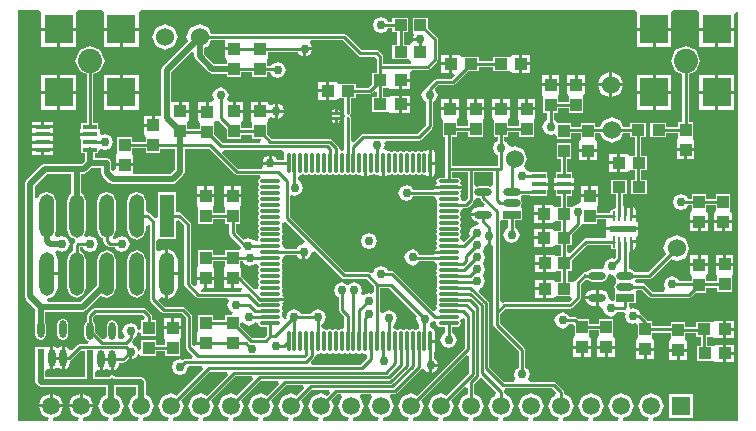
<source format=gtl>
%FSTAX23Y23*%
%MOIN*%
%SFA1B1*%

%IPPOS*%
%ADD10R,0.039370X0.043307*%
%ADD11R,0.043307X0.039370*%
%ADD12R,0.050000X0.144882*%
%ADD13O,0.050000X0.144882*%
%ADD14O,0.059055X0.027559*%
%ADD15R,0.059055X0.027559*%
%ADD16O,0.011811X0.070866*%
%ADD17O,0.070866X0.011811*%
%ADD18R,0.047244X0.013780*%
%ADD19C,0.080709*%
%ADD20R,0.096063X0.096063*%
%ADD21R,0.023622X0.059055*%
%ADD22O,0.023622X0.059055*%
%ADD23R,0.045275X0.017716*%
%ADD24C,0.009843*%
%ADD25R,0.086614X0.024016*%
%ADD26R,0.009843X0.039370*%
%ADD27O,0.009843X0.039370*%
%ADD28C,0.010000*%
%ADD29C,0.020000*%
%ADD30C,0.030000*%
%ADD31C,0.060000*%
%ADD32R,0.059055X0.059055*%
%ADD33C,0.059055*%
%ADD34C,0.020000*%
%LNbackscatter_tag_pcb-1*%
%LPD*%
G36*
X03281Y02423D02*
X03277Y02415D01*
X03285Y02395*
X03286Y02395*
X03288Y02383*
X03285Y02381*
X03283Y0238*
X03275Y02378*
X03267Y0238*
X03265Y02381*
X03263Y0238*
X03255Y02378*
X03247Y0238*
X03245Y02381*
X03244Y0238*
X03236Y02378*
X03227Y0238*
X03226Y02381*
X03224Y0238*
X03216Y02378*
X03208Y0238*
X03206Y02381*
X03201Y02385*
X03203Y02396*
X03205Y02397*
X03213Y02416*
X03205Y02435*
X03186Y02443*
X03167Y02435*
X03158Y02439*
Y02516*
X03187*
X03281Y02423*
G37*
G36*
X03439Y02413D02*
Y02319D01*
X03279Y02159*
X0326Y02167*
X03229Y02155*
X03217Y02125*
X03229Y02094*
X03253Y02085*
X03251Y02075*
X03168*
X03166Y02085*
X0319Y02094*
X03202Y02125*
X0319Y02154*
X03194Y02164*
X03205*
X03212Y02167*
X03292Y02247*
X03303Y02246*
X03305Y0224*
X0332Y02235*
Y0226*
X03325*
Y02265*
X0335*
X03344Y02279*
X03335Y02282*
Y02297*
X03336Y02298*
X03341Y0231*
Y02335*
X03324*
Y02345*
X03341*
Y02369*
X03336Y02381*
X03326Y02385*
X03324Y02395*
X03324Y02395*
X03327Y02404*
X03328Y02405*
X03339Y02409*
X03344Y02401*
X03347Y02392*
X03356Y02389*
X03374*
Y02367*
X03365Y02364*
X03357Y02345*
X03365Y02325*
X03385Y02317*
X03404Y02325*
X03412Y02345*
X03404Y02364*
X03396Y02367*
Y02389*
X03415*
X03423Y02392*
X03427Y02401*
X03426Y02402*
X03423Y0241*
X03424Y02411*
X03435Y02416*
X03439Y02413*
G37*
G36*
X02749Y024D02*
X02753Y02392D01*
X02761Y02389*
X0278*
Y0236*
X0277Y0235*
X02729*
X02689Y0239*
Y02401*
X02699Y02403*
X027Y024*
X0272Y02392*
X02739Y024*
X0274Y02404*
X02749Y024*
G37*
G36*
X02373Y02421D02*
X02371Y02411D01*
X0236*
Y02381*
X0235Y02379*
X02344Y02394*
X02325Y02402*
X02305Y02394*
X02297Y02375*
X02305Y02355*
X02305Y02355*
X02298Y02346*
X02288Y02346*
X02282Y02355*
X02282Y02357*
Y02392*
X02277Y02405*
X02264Y0241*
X02251Y02405*
X02246Y02392*
Y02357*
X0224Y02349*
X02231Y02348*
X02208Y02372*
Y02392*
X02202Y02405*
X022Y02406*
Y0242*
X02209Y02429*
X02365*
X02373Y02421*
G37*
G36*
X02649Y02229D02*
X02579Y02159D01*
X0256Y02167*
X02529Y02155*
X02517Y02125*
X02529Y02094*
X02553Y02085*
X02551Y02075*
X02468*
X02466Y02085*
X0249Y02094*
X02502Y02125*
X02494Y02144*
X02589Y02239*
X02645*
X02649Y02229*
G37*
G36*
X03454Y0229D02*
Y02234D01*
X03379Y02159*
X0336Y02167*
X03329Y02155*
X03317Y02125*
X03329Y02094*
X03353Y02085*
X03351Y02075*
X03268*
X03266Y02085*
X0329Y02094*
X03302Y02125*
X03294Y02144*
X03444Y02294*
X03454Y0229*
G37*
G36*
X03106Y02299D02*
X03108Y02298D01*
X03112Y02295*
X03112Y02283*
X0309Y0226*
X0293*
X02926Y0227*
X02938Y02283*
X02941Y0229*
Y02291*
X0295Y02298*
X02952Y02299*
X0296Y02301*
X02968Y02299*
X0297Y02298*
X02971Y02299*
X0298Y02301*
X02988Y02299*
X0299Y02298*
X02991Y02299*
X02999Y02301*
X03008Y02299*
X03009Y02298*
X03011Y02299*
X03019Y02301*
X03027Y02299*
X03029Y02298*
X03031Y02299*
X03039Y02301*
X03047Y02299*
X03049Y02298*
X0305Y02299*
X03058Y02301*
X03067Y02299*
X03068Y02298*
X0307Y02299*
X03078Y02301*
X03086Y02299*
X03088Y02298*
X0309Y02299*
X03098Y02301*
X03106Y02299*
G37*
G36*
X03525Y02665D02*
X03525Y02665D01*
X03534Y02659*
Y02435*
Y02395*
X03537Y02387*
X03619Y02306*
Y02252*
X0361Y02249*
X03602Y0223*
X03608Y02215*
X03602Y02205*
X03569*
X0352Y02254*
Y02467*
X03517Y02475*
X03487Y02505*
X03489Y02517*
X03499Y0252*
X03507Y0254*
X03502Y02551*
X03499Y0256*
X03502Y02568*
X03507Y0258*
X03502Y02591*
X03499Y026*
X03502Y02608*
X03507Y0262*
X03502Y02631*
X03499Y0264*
X03502Y02648*
X03506Y02657*
X03515Y02664*
Y0269*
X03525*
Y02665*
G37*
G36*
X02504Y02725D02*
Y0253D01*
X02507Y02522*
X02542Y02487*
X0255Y02484*
X02647*
X02653Y02474*
X02647Y0246*
X02655Y0244*
X02666Y02436*
X02664Y02426*
X0264*
Y0241*
X02599*
Y02426*
X0255*
Y02373*
X02547Y02364*
X02545*
Y02338*
X02575*
Y02328*
X02544*
X02535Y02323*
X0253Y02327*
Y02425*
X02527Y02432*
X02507Y02452*
X025Y02455*
X02439*
X02417Y02477*
X02418Y02479*
X02429Y02486*
X0244Y02481*
Y02565*
Y02648*
X0242Y0264*
X0241Y02644*
Y02674*
X02415Y02682*
X02475*
Y0274*
X02485Y02744*
X02504Y02725*
G37*
G36*
X02837Y02969D02*
X02835Y02964D01*
Y02945*
X02813*
X02809Y02953*
X02795Y02959*
Y02934*
X0279*
Y02929*
X02765*
X02767Y02924*
X02762Y02915*
X02684*
X02631Y02969*
X02635Y02979*
X0283*
X02837Y02969*
G37*
G36*
X02906Y02673D02*
X02901Y02663D01*
X02883Y02656*
X0288Y02648*
X02839*
X02832Y02656*
X02829Y02665*
Y02668*
X02832Y02676*
X02831Y02678*
X02829Y02686*
X02831Y02694*
X02832Y02696*
X02829Y02704*
Y02707*
X02832Y02715*
X02831Y02717*
X02829Y02725*
X02831Y02733*
X02841Y02737*
X02906Y02673*
G37*
G36*
X03534Y02861D02*
X03524Y02854D01*
X03516Y02857*
X03484*
X03479Y02855*
X0347Y0286*
Y02904*
X03534*
Y02861*
G37*
G36*
X03484Y02817D02*
X0349D01*
X03492Y02811*
X03506Y02798*
X03502Y02788*
X03484*
X03466Y0278*
X03461Y02767*
X035*
Y02757*
X03461*
X03466Y02744*
X03483Y02737*
X03485Y02735*
X03485Y02735*
X0348Y02727*
X0346Y02719*
X03452Y027*
X03456Y02691*
X03435Y0267*
X03427Y02676*
X03427Y02676*
X03426Y02678*
X03423Y02686*
X03426Y02694*
X03427Y02696*
X03426Y02697*
X03423Y02706*
X03426Y02714*
X03427Y02715*
X03426Y02717*
X03423Y02725*
X03426Y02734*
X03427Y02735*
X03426Y02737*
X03423Y02745*
X03426Y02753*
X03427Y02755*
X03423Y02763*
Y02766*
X03427Y02775*
X03434Y02783*
X03444*
X03452Y02787*
X03467Y02802*
X0347Y0281*
X03476Y02817*
X03479Y02819*
X03484Y02817*
G37*
G36*
X03027Y02552D02*
D01*
X03035Y02549*
X0311*
X03136Y02523*
Y02504*
X03128Y02498*
X0312Y02502*
X03101Y02494*
X03092Y02498*
X03097Y0251*
X03089Y02529*
X0307Y02537*
X03058Y02532*
X0305Y02529*
X03041Y02532*
X0303Y02537*
X0301Y02529*
X03002Y0251*
X0301Y0249*
X03019Y02487*
Y02445*
X03022Y02437*
X03038Y02421*
Y02388*
X03029Y02381*
X03027Y0238*
X03019Y02378*
X03011Y0238*
X03009Y02381*
X03008Y0238*
X02999Y02378*
X02991Y0238*
X0299Y02381*
X02988Y0238*
X0298Y02378*
X02971Y0238*
X0297Y02381*
X02961Y02388*
X02962Y02397*
X02969Y024*
X02977Y0242*
X02969Y02439*
X0295Y02447*
X0293Y02439*
X02927Y0243*
X02892*
X02889Y02439*
X0287Y02447*
X0285Y02439*
X02842Y0242*
X02845Y02414*
X02844Y02414*
X02832Y02416*
X02831Y02418*
X02832Y0242*
X02831Y02422*
X02829Y0243*
X02831Y02438*
X02832Y0244*
X02829Y02448*
Y02451*
X02832Y0246*
X02829Y02466*
X02832Y02467*
X02835Y02474*
X02791*
Y02484*
X02835*
X02832Y02491*
X02829Y02493*
X02832Y02499*
X02829Y02507*
Y0251*
X02832Y02519*
X02831Y0252*
X02829Y02528*
X02831Y02537*
X02832Y02538*
X02831Y0254*
X02829Y02548*
X02831Y02556*
X02832Y02558*
X02829Y02566*
Y02569*
X02832Y02578*
X02831Y02579*
X02829Y02588*
X02831Y02596*
X02832Y02597*
X02829Y02606*
Y02609*
X02832Y02617*
X02839Y02626*
X0288*
X02883Y02618*
X02897Y02612*
Y02637*
X02907*
Y02612*
X02921Y02618*
X02929Y02636*
X02939Y0264*
X03027Y02552*
G37*
G36*
X02703Y02598D02*
X02722Y0259D01*
X0274Y02598*
X02743Y02598*
X0275Y02594*
X02752Y02588*
X0275Y02579*
X02749Y02578*
X02753Y02569*
Y02566*
X02749Y02558*
X0275Y02556*
X02752Y02548*
X0275Y0254*
X02749Y02538*
X0275Y02537*
X02752Y02528*
X0275Y0252*
X02749Y02519*
X0275Y02517*
X02749Y02515*
X02737Y02513*
X02694Y02555*
Y02581*
X02692*
X02689Y0259*
Y02606*
X027*
X02703Y02598*
G37*
G36*
X02645Y03049D02*
Y03013D01*
X02694*
Y03029*
X0273*
Y03013*
X0276*
X02761Y0301*
X02756Y03*
X02632*
X02604Y03028*
Y03063*
Y03064*
X02607Y03073*
X02609*
X02619Y03075*
X02645Y03049*
G37*
G36*
X03925Y02647D02*
X03943D01*
Y02621*
X03935Y02614*
X0393Y02617*
X0391Y02609*
X03902Y0259*
X03904Y02586*
X03897Y02579*
X03895Y0258*
X03864*
X03849Y02574*
X03849Y02573*
X0384Y0257*
X03832Y02567*
X03807Y02542*
X03798Y02539*
X03795*
X03782*
Y02575*
X03798*
Y02611*
X03849Y02661*
X03925*
Y02647*
G37*
G36*
X02734Y02214D02*
X02679Y02159D01*
X0266Y02167*
X02629Y02155*
X02617Y02125*
X02629Y02094*
X02653Y02085*
X02651Y02075*
X02568*
X02566Y02085*
X0259Y02094*
X02602Y02125*
X02594Y02144*
X02674Y02224*
X0273*
X02734Y02214*
G37*
G36*
X03743Y02171D02*
X0374Y02159D01*
X03729Y02155*
X03717Y02125*
X03729Y02094*
X03753Y02085*
X03751Y02075*
X03668*
X03666Y02085*
X0369Y02094*
X03702Y02125*
X0369Y02155*
X0366Y02167*
X03629Y02155*
X03617Y02125*
X03629Y02094*
X03653Y02085*
X03651Y02075*
X03568*
X03566Y02085*
X0359Y02094*
X03602Y02125*
X0359Y02155*
X03575Y02161*
X0357Y0217*
X03569Y02174*
X0357Y02179*
X03573Y02182*
X03574Y02184*
X0373*
X03743Y02171*
G37*
G36*
X02989Y02169D02*
X02979Y02159D01*
X0296Y02167*
X02929Y02155*
X02917Y02125*
X02929Y02094*
X02953Y02085*
X02951Y02075*
X02868*
X02866Y02085*
X0289Y02094*
X02902Y02125*
X02894Y02144*
X02929Y02179*
X02985*
X02989Y02169*
G37*
G36*
X02343Y02161D02*
X02329Y02155D01*
X02317Y02125*
X02329Y02094*
X02353Y02085*
X02351Y02075*
X02268*
X02266Y02085*
X0229Y02094*
X02302Y02125*
X0229Y02155*
X02276Y02161*
Y02188*
X02343*
Y02161*
G37*
G36*
X03029Y02154D02*
X03017Y02125D01*
X03029Y02094*
X03053Y02085*
X03051Y02075*
X02968*
X02966Y02085*
X0299Y02094*
X03002Y02125*
X02994Y02144*
X03014Y02164*
X03025*
X03029Y02154*
G37*
G36*
X03129D02*
X03117Y02125D01*
X03129Y02094*
X03153Y02085*
X03151Y02075*
X03068*
X03066Y02085*
X0309Y02094*
X03102Y02125*
X0309Y02154*
X03094Y02164*
X03125*
X03129Y02154*
G37*
G36*
X03084Y03292D02*
D01*
X03091Y03289*
X0314*
X03146Y03282*
Y03234*
X03131*
Y03198*
X03118Y03185*
X03076*
Y03199*
X03024*
X03023*
X03014Y03202*
Y03204*
X02988*
Y03175*
Y03145*
X03014*
Y03147*
X03023Y0315*
X03024*
X03038*
Y031*
X03041Y03092*
Y03091*
X03038Y03083*
Y03035*
X03038Y03034*
Y02982*
X03029Y02975*
X0302Y02982*
Y02985*
X03017Y02992*
X02997Y03012*
X0299Y03015*
X02794*
X02779Y0303*
Y03065*
Y03066*
X02782Y03075*
X02784*
Y0308*
X02794Y03086*
X02805Y03081*
Y03106*
Y03131*
X02794Y03127*
X02784Y03132*
Y03138*
X0276*
Y03106*
X02755*
Y03101*
X02725*
Y03075*
X02727*
X0273Y03066*
Y03065*
Y0305*
X02694*
Y03066*
X02697Y03075*
X02699*
Y03101*
X0267*
Y03106*
X02665*
Y03138*
X02654*
X02647Y03148*
X02652Y0316*
X02644Y03179*
X02625Y03187*
X02605Y03179*
X02597Y0316*
X02603Y03146*
X02597Y03136*
X02585*
Y03105*
X0258*
Y031*
X0255*
Y03073*
X02552*
X02555Y03064*
Y03063*
Y03048*
X02514*
Y03066*
X02517Y03075*
X02519*
Y03101*
X0249*
Y03106*
X02485*
Y03138*
X02461*
Y03238*
X02529Y03306*
X02538Y03302*
Y0329*
X02543Y03278*
X02585Y03236*
X02596Y03231*
X02645*
Y03221*
X02694*
Y03237*
X0273*
Y03221*
X02779*
Y03237*
X02791*
X02795Y03225*
X02815Y03217*
X02834Y03225*
X02842Y03245*
X02834Y03264*
X02815Y03272*
X02795Y03264*
X02793Y03258*
X02779*
Y03274*
X02782Y03283*
X02784*
Y03304*
X02882*
X02885Y03295*
X029Y0329*
Y03315*
X02905*
Y0332*
X0293*
X02924Y03334*
X02924Y03334*
X02926Y03344*
X03032*
X03084Y03292*
G37*
G36*
X03498Y02216D02*
X03543Y02171D01*
X0354Y02159*
X03529Y02155*
X03517Y02125*
X03529Y02094*
X03553Y02085*
X03551Y02075*
X03468*
X03466Y02085*
X0349Y02094*
X03502Y02125*
X0349Y02155*
X0347Y02163*
Y02199*
X03486Y02214*
X03492Y02216*
X03496Y02216*
X03498Y02216*
G37*
G36*
X03449Y02185D02*
Y02163D01*
X03429Y02155*
X03417Y02125*
X03429Y02094*
X03453Y02085*
X03451Y02075*
X03368*
X03366Y02085*
X0339Y02094*
X03402Y02125*
X03394Y02144*
X03439Y02189*
X03449Y02185*
G37*
G36*
X0264Y0332D02*
X0267D01*
Y0331*
X0264*
Y03283*
X02642*
X02645Y03274*
Y03264*
X02603*
X02571Y03296*
Y03318*
X02585Y03324*
X02593Y03344*
X0264*
Y0332*
G37*
G36*
X04221Y03438D02*
Y03435D01*
Y03385*
X04337*
Y0343*
X04345Y03436*
X04347Y03436*
X0435Y03436*
Y02075*
X04068*
X04066Y02085*
X0409Y02094*
X04102Y02125*
X0409Y02155*
X0406Y02167*
X04029Y02155*
X04017Y02125*
X04029Y02094*
X04053Y02085*
X04051Y02075*
X03968*
X03966Y02085*
X0399Y02094*
X04002Y02125*
X0399Y02155*
X0396Y02167*
X03929Y02155*
X03917Y02125*
X03929Y02094*
X03953Y02085*
X03951Y02075*
X03868*
X03866Y02085*
X0389Y02094*
X03902Y02125*
X0389Y02155*
X0386Y02167*
X03829Y02155*
X03817Y02125*
X03829Y02094*
X03853Y02085*
X03851Y02075*
X03768*
X03766Y02085*
X0379Y02094*
X03802Y02125*
X0379Y02155*
X0377Y02163*
Y0217*
X03767Y02177*
X03742Y02202*
X03735Y02205*
X03657*
X03651Y02215*
X03657Y0223*
X03649Y02249*
X0364Y02252*
Y0231*
X03637Y02318*
X03555Y024*
Y0243*
X03574Y02449*
X0379*
X03797Y02452*
X03822Y02477*
X03825Y02485*
Y0253*
X03839Y02544*
X03849Y02545*
X03864Y02539*
X03895*
X0391Y02545*
X03916Y02559*
X03922Y02566*
X0393Y02562*
X0393Y02562*
X03938Y02559*
X03943Y02547*
X03944Y02541*
X03943Y02534*
X03938Y02522*
X03941Y02513*
X03939Y02503*
Y02479*
X03931Y02474*
X03928Y02475*
X03921Y02485*
X03913Y02503*
X03895Y0251*
X03885*
Y02485*
Y02459*
X0389*
X03898Y0245*
X03897Y0245*
X03905Y0243*
X03925Y02422*
X03944Y0243*
X03947Y02439*
X03967*
X03973Y02434*
X03975Y0243*
X03972Y02425*
X0398Y02405*
X04Y02397*
X04007Y024*
X04015Y02395*
Y02354*
Y02353*
X04012Y02344*
X0401*
Y02318*
X0404*
X04069*
Y02344*
X04067*
X04064Y02353*
Y02354*
Y02369*
X04125*
Y02351*
Y0235*
X04122Y02341*
X0412*
Y02315*
X0415*
X04179*
Y02341*
X04177*
X04174Y0235*
Y02351*
Y02366*
X04211*
Y02355*
X04227*
Y02324*
X04213*
Y02275*
X04265*
X04266*
X04275Y02272*
Y0227*
X04301*
Y023*
Y02329*
X04275*
Y02327*
X04266Y02324*
X04265*
X04248*
Y02355*
X04263*
X04264*
X04273Y02352*
Y0235*
X043*
Y0238*
Y02409*
X04273*
Y02407*
X04264Y02404*
X04263*
X04211*
Y02387*
X04174*
Y02403*
X04125*
Y0239*
X04064*
Y02406*
X0405*
X04047Y02412*
X04027Y02432*
X04023Y02434*
X04019Y02444*
X04Y02452*
X03994Y02449*
X0399Y02451*
X03985Y02456*
X03986Y02466*
X04009*
Y02503*
X04014Y02511*
X04028*
X04052Y02487*
X0406Y02484*
X04186*
X04194Y02487*
X04208Y02501*
X04244*
Y02519*
X0428*
Y02503*
X04329*
Y02555*
Y02556*
X04332Y02565*
X04334*
Y02591*
X04305*
X04275*
Y02565*
X04277*
X0428Y02556*
Y02555*
Y0254*
X04244*
Y02553*
Y02554*
X04247Y02563*
X04249*
Y0259*
X0422*
X0419*
Y02563*
X04192*
X04195Y02554*
Y02553*
Y0254*
X04152*
X04149Y02549*
X0413Y02557*
X0411Y02549*
X04102Y0253*
X04108Y02515*
X04102Y02505*
X04064*
X0404Y0253*
X04032Y02533*
X0401*
X04006Y02541*
X0401Y02548*
X04054*
X04062Y02552*
X04125Y02614*
X04145Y02606*
X04175Y02619*
X04188Y0265*
X04175Y0268*
X04145Y02693*
X04114Y0268*
X04101Y0265*
X04109Y0263*
X0405Y0257*
X04006*
X04004Y02574*
X0399Y0258*
X03985*
Y02636*
X03989Y02639*
Y02672*
X03994*
Y02677*
X0401*
Y02687*
X04013Y02692*
X04018*
Y0271*
X03965*
X03911*
Y02692*
X0391Y02683*
X03844*
X03836Y0268*
X0379Y02634*
X0378Y02638*
Y0266*
X03796*
Y02696*
X03822Y02722*
X03823Y02724*
X03829Y0273*
X03835Y02731*
X03879*
Y02746*
X0391*
X03911Y02737*
Y0272*
X03965*
X04018*
Y02737*
X04013*
X0401Y02742*
Y02752*
X03994*
Y02757*
X03989*
Y02786*
X03984Y02784*
X03979Y02786*
Y02757*
X03969*
Y0279*
X03965Y02793*
Y0283*
X03979*
Y02879*
X03926*
Y0283*
X03943*
Y02789*
X03935Y02782*
X03927Y02779*
X03924Y02772*
Y02768*
X03879*
Y02783*
Y02784*
X03882Y02793*
X03884*
Y0282*
X03855*
X03825*
Y02803*
X03815Y02796*
X03815Y02797*
X03796Y02789*
X03796Y02789*
X0378*
Y02824*
X03797*
Y02845*
X03802*
Y02859*
X0377*
X03737*
Y02845*
X03742*
Y02824*
X03759*
Y02789*
X03744*
X03743*
X03734Y02792*
Y02794*
X03708*
Y02765*
Y02735*
X03734*
Y02737*
X03743Y0274*
X03744*
X03759*
Y02709*
X03744*
X03743*
X03734Y02712*
Y02714*
X03708*
Y02685*
Y02655*
X03734*
Y02657*
X03743Y0266*
X03744*
X03759*
Y02624*
X03746*
X03745*
X03736Y02627*
Y02629*
X0371*
Y026*
Y0257*
X03736*
Y02572*
X03745Y02575*
X03746*
X03761*
Y02539*
X03746*
X03745*
X03736Y02542*
Y02544*
X0371*
Y02515*
Y02485*
X03736*
Y02487*
X03745Y0249*
X03746*
X0379*
X03795Y0248*
X03785Y0247*
X0357*
X03565Y02469*
X03555Y02474*
Y02735*
X0356Y02743*
X03584*
Y02717*
X03575Y02714*
X03567Y02695*
X03575Y02675*
X03595Y02667*
X03614Y02675*
X03622Y02695*
X03614Y02714*
X03605Y02717*
Y02743*
X03629*
Y02781*
X03627Y02791*
X03631Y028*
X03625Y02812*
X03625Y02817*
X03631Y02826*
X03657*
Y02824*
X03712*
Y02845*
X03717*
Y02859*
X03685*
Y02869*
X03717*
Y02883*
X03712*
Y02903*
X03657*
X03649Y02908*
X03649Y02909*
X03642Y02911*
X03638Y02924*
X03648Y02948*
X03635Y02978*
X03605Y02991*
X03596Y02987*
X03583Y02993*
X03579Y03004*
X0357Y03007*
Y03021*
X03584*
Y03037*
X0362*
Y03021*
X03669*
Y03073*
Y03074*
X03672Y03083*
X03674*
Y0311*
X03645*
X03615*
Y03083*
X03617*
X0362Y03074*
Y03073*
Y03058*
X03584*
Y03073*
Y03074*
X03587Y03083*
X03589*
Y0311*
X0356*
X0353*
Y03083*
X03532*
X03535Y03074*
Y03073*
Y03021*
X03549*
Y03007*
X0354Y03004*
X03532Y02985*
X0354Y02965*
X03549Y02962*
Y02925*
X03396*
Y03021*
X03414*
Y03037*
X0345*
Y03021*
X03499*
Y03073*
Y03074*
X03502Y03083*
X03504*
Y0311*
X03475*
X03445*
Y03083*
X03447*
X0345Y03074*
Y03073*
Y03058*
X03414*
Y03073*
Y03074*
X03417Y03083*
X03419*
Y0311*
X0339*
X0336*
Y03083*
X03362*
X03365Y03074*
Y03073*
Y03021*
X03374*
Y02915*
Y02885*
X03356*
X03347Y02881*
X03344Y02873*
X03346Y02867*
X03343Y02865*
X0334Y02858*
X03385*
X0343*
X03427Y02865*
X03424Y02867*
X03427Y02873*
X03423Y02881*
X03415Y02885*
X03396*
Y02904*
X03449*
Y02815*
X03441Y02808*
X03431Y02808*
X03427Y02814*
X03426Y02816*
X03423Y02824*
X03426Y02832*
X03427Y02834*
X03424Y0284*
X03427Y02841*
X0343Y02848*
X03385*
X03336*
X03333Y02844*
X03267*
X03264Y02854*
X03245Y02862*
X03225Y02854*
X03217Y02835*
X03225Y02815*
X03245Y02807*
X03264Y02815*
X03267Y02823*
X03337*
X03344Y02814*
X03345Y02812*
X03347Y02804*
X03345Y02796*
X03344Y02794*
X03345Y02793*
X03347Y02784*
X03345Y02776*
X03344Y02775*
X03345Y02773*
X03347Y02765*
X03345Y02757*
X03344Y02755*
X03345Y02753*
X03347Y02745*
X03345Y02737*
X03344Y02735*
X03345Y02734*
X03347Y02725*
X03345Y02717*
X03344Y02715*
X03347Y02707*
Y02704*
X03344Y02696*
X03345Y02694*
X03347Y02686*
X03345Y02678*
X03344Y02676*
X03347Y02668*
Y02665*
X03344Y02656*
X03346Y0265*
X03343Y02649*
X0334Y02642*
X03385*
Y02632*
X03336*
X03333Y02628*
X03288*
X03284Y02639*
X03265Y02647*
X03245Y02639*
X03237Y0262*
X03245Y026*
X03265Y02592*
X03284Y026*
X03286Y02606*
X03337*
X03344Y02597*
X03345Y02596*
X03347Y02588*
X03345Y02579*
X03344Y02578*
X03347Y02569*
Y02566*
X03344Y02558*
X03345Y02556*
X03347Y02548*
X03345Y0254*
X03344Y02538*
X03345Y02537*
X03347Y02528*
X03345Y0252*
X03344Y02519*
X03347Y0251*
Y02507*
X03344Y02499*
X03345Y02497*
X03347Y02489*
X03345Y02481*
X03344Y02479*
X03345Y02478*
X03347Y02469*
X03345Y02461*
X03344Y0246*
X03347Y02452*
X03343Y02443*
X03334Y02441*
X03202Y02572*
X03195Y02575*
X03182*
X03179Y02584*
X0316Y02592*
X0314Y02584*
X03134Y02569*
X03123Y02566*
X03122Y02567*
X03115Y0257*
X03039*
X02855Y02754*
Y02824*
X02864Y02829*
X02872Y02825*
X02892Y02833*
X029Y02852*
X02892Y02872*
X02882Y02876*
Y02885*
X02891Y02893*
X02893Y02893*
X02901Y02896*
X02909Y02893*
X02911Y02893*
X02912Y02893*
X02921Y02896*
X02929Y02893*
X0293Y02893*
X02932Y02893*
X0294Y02896*
X02948Y02893*
X0295Y02893*
X02952Y02893*
X0296Y02896*
X02968Y02893*
X0297Y02893*
X02971Y02893*
X0298Y02896*
X02988Y02893*
X0299Y02893*
X02991Y02893*
X02999Y02896*
X03008Y02893*
X03009Y02893*
X03011Y02893*
X03019Y02896*
X03027Y02893*
X03029Y02893*
X03031Y02893*
X03039Y02896*
X03047Y02893*
X03049Y02893*
X0305Y02893*
X03058Y02896*
X03067Y02893*
X03068Y02893*
X0307Y02893*
X03078Y02896*
X03086Y02893*
X03088Y02893*
X03094Y02895*
X03095Y02892*
X03103Y02889*
Y02934*
X03113*
Y02889*
X0312Y02892*
X03121Y02895*
X03127Y02893*
X03129Y02893*
X03137Y02896*
X03145Y02893*
X03147Y02893*
X03153Y02895*
X03155Y02892*
X03162Y02889*
Y02934*
X03172*
Y02889*
X03179Y02892*
X0318Y02895*
X03186Y02893*
X03188Y02893*
X03196Y02896*
X03204Y02893*
X03206Y02893*
X03208Y02893*
X03216Y02896*
X03224Y02893*
X03226Y02893*
X03227Y02893*
X03236Y02896*
X03244Y02893*
X03245Y02893*
X03247Y02893*
X03255Y02896*
X03263Y02893*
X03265Y02893*
X03267Y02893*
X03275Y02896*
X03283Y02893*
X03285Y02893*
X03286Y02893*
X03295Y02896*
X03303Y02893*
X03304Y02893*
X03308Y02894*
X03319Y02889*
Y02934*
Y02979*
X03308Y02974*
X03304Y02975*
X03303Y02975*
X03295Y02972*
X03286Y02975*
X03285Y02975*
X03283Y02975*
X03275Y02972*
X03267Y02975*
X03265Y02975*
X03263Y02975*
X03255Y02972*
X03247Y02975*
X03245Y02975*
X03244Y02975*
X03236Y02972*
X03227Y02975*
X03226Y02975*
X03224Y02975*
X03216Y02972*
X03208Y02975*
X03206Y02975*
X03204Y02975*
X03196Y02972*
X03188Y02975*
X03186Y02975*
X0318Y02973*
X03179Y02976*
X03168Y0298*
X03174Y02995*
X03171Y03*
X03177Y03009*
X03285*
X03292Y03012*
X03329Y03049*
X03332Y03057*
Y03137*
X03341Y0314*
X03349Y0316*
X03341Y03179*
X0334Y03184*
X03349Y03194*
X034*
X03407Y03197*
X0345Y0324*
X03486*
Y03254*
X03533*
Y0324*
X03585*
X03586*
X03595Y03237*
Y03235*
X03621*
Y03265*
Y03294*
X03595*
Y03292*
X03586Y03289*
X03585*
X03533*
Y03275*
X03486*
Y03289*
X03433*
X03424Y03292*
Y03294*
X03398*
Y03265*
Y03235*
X03401*
X03405Y03226*
X03395Y03215*
X03345*
X03337Y03212*
X03314Y03189*
X03311Y03182*
X03302Y03179*
X03294Y0316*
X03302Y0314*
X03311Y03137*
Y03061*
X0328Y0303*
X031*
X03092Y03027*
X0307Y03005*
X0306Y03009*
Y03035*
X0306Y03035*
Y03083*
X03057Y03091*
Y03092*
X0306Y031*
Y0315*
X03076*
Y03164*
X03123*
X0313Y03167*
X03137Y03174*
X03146Y0317*
Y03154*
X03131*
Y03105*
X03183*
X03184*
X03193Y03102*
Y031*
X0322*
Y0313*
Y03159*
X03193*
Y03157*
X03184Y03154*
X03183*
X03168*
Y03185*
X03183*
X03184*
X03193Y03182*
Y0318*
X0322*
Y0321*
X03225*
Y03215*
X03256*
Y03234*
Y03239*
X03264Y03244*
X03315*
X03322Y03247*
X03347Y03272*
X0335Y0328*
Y03346*
X03347Y03354*
X03318Y03383*
Y03419*
X03265*
Y0337*
X0327Y0336*
X03266Y03351*
X03291*
Y03341*
X03265*
X0326Y03334*
X0326*
Y03332*
X03251Y03329*
X0325*
X03235*
Y0337*
X03251*
Y03419*
X03198*
Y03405*
X03182*
X03179Y03414*
X0316Y03422*
X0314Y03414*
X03132Y03395*
X0314Y03375*
X0316Y03367*
X03179Y03375*
X03182Y03384*
X03198*
Y0337*
X03214*
Y03329*
X03198*
Y0328*
X0325*
X03251*
X03252Y0328*
X0326Y03275*
X03259Y03265*
X03168*
Y03287*
X03165Y03294*
X03152Y03307*
X03145Y0331*
X03096*
X03044Y03362*
X03036Y03365*
X02593*
X02585Y03385*
X02555Y03398*
X02524Y03385*
X02511Y03355*
X02517Y0334*
X02433Y03256*
X02428Y03245*
Y031*
X02425Y03091*
X02405*
Y0306*
X024*
Y03055*
X0237*
Y03028*
X02372*
X02375Y03019*
Y03005*
X02329*
Y03021*
X0228*
Y02969*
Y02968*
X02277Y02959*
X02275*
Y02933*
X02305*
X02334*
Y02959*
X02332*
X02329Y02968*
Y02969*
Y02984*
X02375*
Y02966*
X02424*
Y02982*
X02473*
Y02911*
X02458Y02896*
X02344*
X02334Y02896*
Y02906*
Y02923*
X02305*
X02275*
Y02913*
X02265Y02908*
X02261Y02911*
Y02935*
X02256Y02946*
X02245Y02951*
X02206*
Y02966*
X02218*
Y02975*
X02228Y02982*
X0224Y02977*
X02259Y02985*
X02267Y03004*
X02259Y03023*
X0224Y03031*
X02231Y03027*
X02223Y03033*
Y03046*
X02218*
Y03067*
X022*
Y0323*
X02224Y0324*
X02239Y03275*
X02224Y0331*
X0219Y03324*
X02155Y0331*
X0214Y03275*
X02155Y0324*
X02179Y0323*
Y03067*
X02161*
Y03046*
X02156*
Y03035*
X0219*
Y03025*
X02156*
Y03013*
X02161*
Y02992*
Y0299*
Y02982*
Y02966*
X02173*
Y02941*
X02163Y02931*
X0204*
X02028Y02926*
X01978Y02876*
X01973Y02865*
Y0249*
X01978Y02478*
X02008Y02448*
Y02401*
X02007Y02397*
Y02362*
X02012Y02349*
X02025Y02344*
X02038Y02349*
X02043Y02362*
Y02397*
X02041Y02402*
Y02438*
X02165*
X02176Y02443*
X02225Y02492*
X02245Y02485*
X02267Y02494*
X02277Y02517*
Y02612*
X02267Y02635*
X02245Y02644*
X02222Y02635*
X02212Y02612*
Y02525*
X02158Y02471*
X0205*
X02048Y02481*
X02071Y0249*
X02082Y02517*
Y0256*
X02045*
Y0257*
X02082*
Y02612*
X02073Y02636*
X02079Y02644*
X02095Y02637*
X02114Y02645*
X02122Y02665*
X02114Y02684*
X02095Y02692*
X02081Y02686*
X02077Y02687*
X02072Y02699*
X02077Y02712*
Y02807*
X02067Y0283*
X02045Y02839*
X02022Y0283*
X02016Y02816*
X02006Y02818*
Y02858*
X02046Y02898*
X02128*
Y02833*
X02122Y0283*
X02112Y02807*
Y02712*
X02122Y02689*
X02139Y02682*
X0214Y02678*
X0214Y0267*
X02137Y02667*
X02134Y0266*
Y0264*
X02122Y02635*
X02112Y02612*
Y02517*
X02122Y02494*
X02145Y02485*
X02167Y02494*
X02177Y02517*
Y02612*
X02167Y02635*
X02155Y0264*
Y02654*
X02167*
X0217Y02645*
X0219Y02637*
X02209Y02645*
X02217Y02665*
X02209Y02684*
X0219Y02692*
X02177Y02686*
X0217Y02694*
X02177Y02712*
Y02807*
X02167Y0283*
X02161Y02833*
Y02898*
X0217*
X02181Y02903*
X02196Y02918*
X02228*
Y029*
X02233Y02888*
X02253Y02868*
X02265Y02863*
X02465*
X02476Y02868*
X02501Y02893*
X02506Y02905*
Y02982*
X02587*
X02672Y02897*
X0268Y02894*
X02757*
X02759Y02884*
X02753Y02881*
X02749Y02873*
X02753Y02865*
Y02862*
X02749Y02853*
X0275Y02852*
X02752Y02843*
X0275Y02835*
X02749Y02834*
X0275Y02832*
X02752Y02824*
X0275Y02816*
X02749Y02814*
X02753Y02806*
Y02803*
X02749Y02794*
X0275Y02793*
X02752Y02784*
X0275Y02776*
X02749Y02775*
X02753Y02766*
Y02763*
X02749Y02755*
X0275Y02753*
X02752Y02745*
X0275Y02737*
X02749Y02735*
X0275Y02734*
X02752Y02725*
X0275Y02717*
X02749Y02715*
X02753Y02707*
Y02704*
X02749Y02696*
X0275Y02694*
X02752Y02686*
X0275Y02678*
X02749Y02676*
X02748Y02675*
X02737Y02676*
X02737Y02677*
X02717Y02685*
X02701Y02678*
X02675Y02704*
Y02731*
X02689*
Y02783*
Y02784*
X02692Y02793*
X02694*
Y0282*
X02665*
X02635*
Y02793*
X02637*
X0264Y02784*
Y02783*
Y02768*
X02599*
Y02783*
Y02784*
X02602Y02793*
X02604*
Y0282*
X02575*
X02545*
Y02793*
X02547*
X0255Y02784*
Y02783*
Y02731*
X02599*
Y02747*
X0264*
Y02731*
X02654*
Y027*
X02657Y02692*
X02691Y02658*
X0269Y02657*
X02693Y02652*
X02686Y02643*
X0264*
Y02628*
X02599*
Y02643*
X0255*
Y02591*
Y0259*
X02547Y02581*
X02545*
Y02555*
X02575*
X02604*
Y02581*
X02602*
X02599Y0259*
Y02591*
Y02606*
X0264*
Y0259*
X02637Y02581*
X02635*
Y02555*
X02665*
Y0255*
X0267*
Y02518*
X02694*
X02695Y02518*
X02698Y02515*
X02693Y02505*
X02561*
X0256Y02508*
X02565Y02518*
X0257*
Y02545*
X02545*
Y02529*
X02535Y02525*
X02525Y02534*
Y0273*
X02522Y02737*
X02492Y02767*
X02485Y0277*
X02475*
Y02837*
X02415*
Y02754*
X02405Y0275*
X02387Y02767*
X0238Y0277*
X02377Y02779*
Y02807*
X02367Y0283*
X02345Y02839*
X02322Y0283*
X02312Y02807*
Y02712*
X02322Y02689*
X02345Y02679*
X02367Y02689*
X02377Y02712*
Y02723*
X02387Y02729*
X02389Y02728*
Y0248*
X02392Y02472*
X02427Y02437*
X02435Y02434*
X02495*
X02509Y0242*
Y0232*
X02512Y02312*
X02533Y0229*
X02529Y0228*
X02505*
X02498Y02278*
X0249Y02282*
X0247Y02274*
X02462Y02255*
X0247Y02235*
X0249Y02227*
X02509Y02235*
X02517Y02255*
X02519Y02259*
X02564*
X02568Y02249*
X02479Y02159*
X0246Y02167*
X02429Y02155*
X02417Y02125*
X02429Y02094*
X02453Y02085*
X02451Y02075*
X02368*
X02366Y02085*
X0239Y02094*
X02402Y02125*
X0239Y02155*
X02376Y02161*
Y02205*
X02371Y02216*
X0236Y02221*
X02276*
Y02221*
X02264Y02226*
X02253Y02221*
X02253Y02221*
X02206*
Y02237*
X02216Y02243*
X02222Y02241*
Y0228*
X02232*
Y02241*
X02244Y02246*
X02248*
X02259Y02241*
Y0228*
X02269*
Y02241*
X02281Y02246*
X02288Y02262*
Y02269*
X023*
X02308Y02272*
X02316Y02281*
X0232Y0228*
Y02305*
X0233*
Y0228*
X02344Y02285*
X02349Y02299*
X0235Y023*
X02354Y02299*
X0236Y02292*
Y02291*
X02409*
Y02307*
X0244*
Y02291*
X02489*
Y02343*
Y02344*
X02492Y02353*
X02494*
Y0238*
X02465*
X02435*
Y02353*
X02437*
X0244Y02344*
Y02343*
Y02328*
X02409*
Y02344*
X0236*
Y02317*
X02354Y0231*
X0235Y02309*
X02349Y0231*
X02344Y02324*
X02333Y02328*
X0233Y0234*
X02332Y02342*
X02335Y0235*
X02343Y02355*
X02344Y02355*
X0235Y0237*
X0236Y02368*
Y02358*
X02409*
Y02411*
X02395*
Y02425*
X02392Y02432*
X02377Y02447*
X0237Y0245*
X02205*
X02197Y02447*
X02182Y02432*
X02179Y02425*
Y02406*
X02177Y02405*
X02171Y02392*
Y02357*
X02177Y02344*
X02185Y0234*
X02183Y0233*
X02155*
X02147Y02327*
X02129Y0231*
X02119Y02312*
X02116Y02319*
X02105Y02324*
Y02285*
Y02246*
X02116Y02251*
X02123Y02267*
Y02275*
X02128Y02277*
X02159Y02309*
X02173*
Y02245*
X02173*
Y02221*
X021*
X02099Y02221*
X02099Y02221*
X02041*
Y02242*
X02051Y02248*
X02057Y02246*
Y02285*
Y02324*
X02051Y02322*
X02042Y0232*
X02008*
Y0225*
X02008*
Y02205*
X02013Y02193*
X02025Y02188*
X02243*
Y02161*
X02229Y02155*
X02217Y02125*
X02229Y02094*
X02253Y02085*
X02251Y02075*
X02168*
X02166Y02085*
X0219Y02094*
X022Y0212*
X0216*
X02119*
X02129Y02094*
X02153Y02085*
X02151Y02075*
X02068*
X02066Y02085*
X0209Y02094*
X021Y0212*
X0206*
X02019*
X02029Y02094*
X02053Y02085*
X02051Y02075*
X0195*
Y03445*
X0202*
X02027Y03438*
Y03435*
Y03385*
X02143*
Y03435*
Y03438*
X0215Y03445*
X02229*
X02236Y03438*
Y03435*
Y03385*
X02352*
Y03435*
Y03438*
X02359Y03445*
X04005*
X04012Y03438*
Y03435*
Y03385*
X04128*
Y03435*
Y03438*
X04135Y03445*
X04214*
X04221Y03438*
G37*
G36*
X02819Y02199D02*
X02779Y02159D01*
X0276Y02167*
X02729Y02155*
X02717Y02125*
X02729Y02094*
X02753Y02085*
X02751Y02075*
X02668*
X02666Y02085*
X0269Y02094*
X02702Y02125*
X02694Y02144*
X02759Y02209*
X02815*
X02819Y02199*
G37*
G36*
X02904Y02184D02*
X02879Y02159D01*
X0286Y02167*
X02829Y02155*
X02817Y02125*
X02829Y02094*
X02853Y02085*
X02851Y02075*
X02768*
X02766Y02085*
X0279Y02094*
X02802Y02125*
X02794Y02144*
X02844Y02194*
X029*
X02904Y02184*
G37*
%LNbackscatter_tag_pcb-2*%
%LPC*%
G36*
X0335Y02255D02*
X0333D01*
Y02235*
X03344Y0224*
X0335Y02255*
G37*
G36*
X0245Y02648D02*
Y0257D01*
X02482*
Y02612*
X02471Y02639*
X0245Y02648*
G37*
G36*
X02482Y0256D02*
X0245D01*
Y02481*
X02471Y0249*
X02482Y02517*
Y0256*
G37*
G36*
X02785Y02959D02*
X02771Y02953D01*
X02765Y02939*
X02785*
Y02959*
G37*
G36*
X02978Y03204D02*
X02951D01*
Y0318*
X02978*
Y03204*
G37*
G36*
Y0317D02*
X02951D01*
Y03145*
X02978*
Y0317*
G37*
G36*
X0293Y0331D02*
X0291D01*
Y0329*
X02924Y03295*
X0293Y0331*
G37*
G36*
X03005Y03078D02*
X02995D01*
X02998Y03072*
X03005Y03069*
Y03078*
G37*
G36*
X03024D02*
X03015D01*
Y03069*
X03021Y03072*
X03024Y03078*
G37*
G36*
X03005Y03114D02*
X02998Y03111D01*
X02995Y03105*
X03005*
Y03114*
G37*
G36*
X03015D02*
Y03105D01*
X03024*
X03021Y03111*
X03015Y03114*
G37*
G36*
X02835Y03101D02*
X02815D01*
Y03081*
X02829Y03087*
X02835Y03101*
G37*
G36*
X03024Y03095D02*
X0301D01*
X02995*
X02997Y03091*
X02995Y03088*
X0301*
X03024*
X03022Y03091*
X03024Y03095*
G37*
G36*
X02519Y03138D02*
X02495D01*
Y03111*
X02519*
Y03138*
G37*
G36*
X02699D02*
X02675D01*
Y03111*
X02699*
Y03138*
G37*
G36*
X0275D02*
X02725D01*
Y03111*
X0275*
Y03138*
G37*
G36*
X02575Y03136D02*
X0255D01*
Y0311*
X02575*
Y03136*
G37*
G36*
X02815Y03131D02*
Y03111D01*
X02835*
X02829Y03126*
X02815Y03131*
G37*
G36*
X0312Y02702D02*
X031Y02694D01*
X03092Y02675*
X031Y02655*
X0312Y02647*
X03139Y02655*
X03147Y02675*
X03139Y02694*
X0312Y02702*
G37*
G36*
X0401Y02667D02*
X03999D01*
Y02643*
X04005Y02646*
X0401Y02657*
Y02667*
G37*
G36*
X037Y02629D02*
X03673D01*
Y02605*
X037*
Y02629*
G37*
G36*
X03698Y0268D02*
X03671D01*
Y02655*
X03698*
Y0268*
G37*
G36*
X04334Y02628D02*
X0431D01*
Y02601*
X04334*
Y02628*
G37*
G36*
X037Y02595D02*
X03673D01*
Y0257*
X037*
Y02595*
G37*
G36*
X04215Y02626D02*
X0419D01*
Y026*
X04215*
Y02626*
G37*
G36*
X04249D02*
X04225D01*
Y026*
X04249*
Y02626*
G37*
G36*
X043Y02628D02*
X04275D01*
Y02601*
X043*
Y02628*
G37*
G36*
X02245Y02839D02*
X02222Y0283D01*
X02212Y02807*
Y02712*
X02222Y02689*
X02234Y02684*
Y02675*
X02237Y02667*
X02247Y02657*
X02255Y02654*
X02272*
X02275Y02645*
X02295Y02637*
X02314Y02645*
X02322Y02665*
X02314Y02684*
X02295Y02692*
X02275Y02684*
X02275Y02682*
X02266Y02681*
X02267Y02689*
X02277Y02712*
Y02807*
X02267Y0283*
X02245Y02839*
G37*
G36*
X03698Y02714D02*
X03671D01*
Y0269*
X03698*
Y02714*
G37*
G36*
X0266Y02856D02*
X02635D01*
Y0283*
X0266*
Y02856*
G37*
G36*
X0257D02*
X02545D01*
Y0283*
X0257*
Y02856*
G37*
G36*
X03698Y02794D02*
X03671D01*
Y0277*
X03698*
Y02794*
G37*
G36*
X0385Y02856D02*
X03825D01*
Y0283*
X0385*
Y02856*
G37*
G36*
X03884D02*
X0386D01*
Y0283*
X03884*
Y02856*
G37*
G36*
X02694D02*
X0267D01*
Y0283*
X02694*
Y02856*
G37*
G36*
X02604D02*
X0258D01*
Y0283*
X02604*
Y02856*
G37*
G36*
X04295Y02733D02*
X0427D01*
Y02706*
X04295*
Y02733*
G37*
G36*
X04249D02*
X04225D01*
Y02706*
X04249*
Y02733*
G37*
G36*
X04215D02*
X0419D01*
Y02706*
X04215*
Y02733*
G37*
G36*
X04329D02*
X04305D01*
Y02706*
X04329*
Y02733*
G37*
G36*
X03999Y02786D02*
Y02762D01*
X0401*
Y02772*
X04005Y02783*
X03999Y02786*
G37*
G36*
X0416Y02832D02*
X0414Y02824D01*
X04132Y02805*
X0414Y02785*
X0416Y02777*
X04179Y02785*
X04182Y02794*
X04195*
Y02779*
Y02778*
X04192Y02769*
X0419*
Y02743*
X0422*
X04249*
Y02769*
X04247*
X04244Y02778*
Y02779*
Y02794*
X04275*
Y02779*
Y02778*
X04272Y02769*
X0427*
Y02743*
X043*
X04329*
Y02769*
X04327*
X04324Y02778*
Y02779*
Y02831*
X04275*
Y02815*
X04244*
Y02831*
X04195*
Y02815*
X04182*
X04179Y02824*
X0416Y02832*
G37*
G36*
X03698Y0276D02*
X03671D01*
Y02735*
X03698*
Y0276*
G37*
G36*
X04338Y02329D02*
X04311D01*
Y02305*
X04338*
Y02329*
G37*
G36*
X02165Y02165D02*
Y0213D01*
X022*
X0219Y02155*
X02165Y02165*
G37*
G36*
X03905Y02315D02*
X0388D01*
Y02288*
X03905*
Y02315*
G37*
G36*
X03939D02*
X03915D01*
Y02288*
X03939*
Y02315*
G37*
G36*
X021Y02415D02*
X02087Y0241D01*
X02081Y02397*
Y02362*
X02087Y02349*
X021Y02344*
X02112Y02349*
X02118Y02362*
Y02397*
X02112Y0241*
X021Y02415*
G37*
G36*
X04336Y02375D02*
X0431D01*
Y0235*
X04336*
Y02375*
G37*
G36*
X02095Y02324D02*
X02083Y02319D01*
X02079*
X02067Y02324*
Y02285*
Y02246*
X02079Y02251*
X02083*
X02095Y02246*
Y02285*
Y02324*
G37*
G36*
X03765Y02437D02*
X03745Y02429D01*
X03737Y0241*
X03745Y0239*
X03765Y02382*
X03784Y0239*
X03787Y02397*
X03796Y02398*
X03805Y0239*
Y02361*
Y0236*
X03802Y02351*
X038*
Y02325*
X0383*
X03859*
Y02351*
X03857*
X03854Y0236*
Y02361*
Y02376*
X03885*
Y02361*
Y0236*
X03882Y02351*
X0388*
Y02325*
X0391*
X03939*
Y02351*
X03937*
X03934Y0236*
Y02361*
Y02413*
X03885*
Y02397*
X03854*
Y02413*
X03818*
X03814Y02417*
X03806Y0242*
X03787*
X03784Y02429*
X03765Y02437*
G37*
G36*
X04145Y02305D02*
X0412D01*
Y02278*
X04145*
Y02305*
G37*
G36*
X04179D02*
X04155D01*
Y02278*
X04179*
Y02305*
G37*
G36*
X04338Y02295D02*
X04311D01*
Y0227*
X04338*
Y02295*
G37*
G36*
X03825Y02315D02*
X038D01*
Y02288*
X03825*
Y02315*
G37*
G36*
X03859D02*
X03835D01*
Y02288*
X03859*
Y02315*
G37*
G36*
X04035Y02308D02*
X0401D01*
Y02281*
X04035*
Y02308*
G37*
G36*
X04069D02*
X04045D01*
Y02281*
X04069*
Y02308*
G37*
G36*
X03875Y0251D02*
X03864D01*
X03846Y02503*
X0384Y0249*
X03875*
Y0251*
G37*
G36*
X04199Y02164D02*
X0412D01*
Y02085*
X04199*
Y02164*
G37*
G36*
X02345Y02644D02*
X02322Y02635D01*
X02312Y02612*
Y02517*
X02322Y02494*
X02345Y02485*
X02367Y02494*
X02377Y02517*
Y02612*
X02367Y02635*
X02345Y02644*
G37*
G36*
X037Y0251D02*
X03673D01*
Y02485*
X037*
Y0251*
G37*
G36*
Y02544D02*
X03673D01*
Y0252*
X037*
Y02544*
G37*
G36*
X02604Y02545D02*
X0258D01*
Y02518*
X02604*
Y02545*
G37*
G36*
X0266D02*
X02635D01*
Y02518*
X0266*
Y02545*
G37*
G36*
X0246Y02416D02*
X02435D01*
Y0239*
X0246*
Y02416*
G37*
G36*
X02494D02*
X0247D01*
Y0239*
X02494*
Y02416*
G37*
G36*
X02065Y02165D02*
Y0213D01*
X021*
X0209Y02155*
X02065Y02165*
G37*
G36*
X04336Y02409D02*
X0431D01*
Y02385*
X04336*
Y02409*
G37*
G36*
X02055Y02165D02*
X02029Y02155D01*
X02019Y0213*
X02055*
Y02165*
G37*
G36*
X02155D02*
X02129Y02155D01*
X02119Y0213*
X02155*
Y02165*
G37*
G36*
X03875Y0248D02*
X0384D01*
X03846Y02466*
X03864Y02459*
X03875*
Y0248*
G37*
G36*
X02289Y03228D02*
X02236D01*
Y03175*
X02289*
Y03228*
G37*
G36*
X02352D02*
X02299D01*
Y03175*
X02352*
Y03228*
G37*
G36*
X02143D02*
X0209D01*
Y03175*
X02143*
Y03228*
G37*
G36*
X03966Y0319D02*
X0393D01*
Y03153*
X03955Y03164*
X03966Y0319*
G37*
G36*
X0208Y03228D02*
X02027D01*
Y03175*
X0208*
Y03228*
G37*
G36*
X04337D02*
X04284D01*
Y03175*
X04337*
Y03228*
G37*
G36*
X04274D02*
X04221D01*
Y03175*
X04274*
Y03228*
G37*
G36*
X04065D02*
X04012D01*
Y03175*
X04065*
Y03228*
G37*
G36*
X04128D02*
X04075D01*
Y03175*
X04128*
Y03228*
G37*
G36*
X03504Y03146D02*
X0348D01*
Y0312*
X03504*
Y03146*
G37*
G36*
X03589D02*
X03565D01*
Y0312*
X03589*
Y03146*
G37*
G36*
X03419D02*
X03395D01*
Y0312*
X03419*
Y03146*
G37*
G36*
X03555D02*
X0353D01*
Y0312*
X03555*
Y03146*
G37*
G36*
X0364D02*
X03615D01*
Y0312*
X0364*
Y03146*
G37*
G36*
X0392Y0319D02*
X03883D01*
X03894Y03164*
X0392Y03153*
Y0319*
G37*
G36*
X03839D02*
X0381D01*
X0378*
Y03163*
X03782*
X03785Y03154*
Y03153*
Y03138*
X03749*
Y03153*
Y03154*
X03752Y03163*
X03754*
Y0319*
X03725*
X03695*
Y03163*
X03697*
X037Y03154*
Y03153*
Y03101*
X03714*
Y03077*
X03705Y03074*
X03697Y03055*
X03705Y03035*
X03725Y03027*
X03735Y03032*
X03745Y03025*
Y03015*
X03794*
Y03034*
X03825*
Y03016*
Y03015*
X03822Y03006*
X0382*
Y0298*
X0385*
X03879*
Y03006*
X03877*
X03874Y03015*
Y03016*
Y03034*
X03891*
X03899Y03014*
X0393Y03001*
X0396Y03014*
X03968Y03034*
X03991*
Y0302*
X04007*
Y02959*
X03994*
X03993*
X03984Y02962*
Y02964*
X03958*
Y02935*
Y02905*
X03984*
Y02907*
X03993Y0291*
X03994*
X04007*
Y02879*
X03993*
Y0283*
X04046*
Y02879*
X04028*
Y0291*
X04046*
Y02959*
X04028*
Y0302*
X04044*
Y03069*
X03991*
Y03055*
X03968*
X0396Y03075*
X0393Y03088*
X03899Y03075*
X03891Y03055*
X03874*
Y03068*
X03825*
Y03055*
X03794*
Y03068*
X03746*
X03744Y03074*
X03735Y03077*
Y03101*
X03749*
Y03117*
X03785*
Y03101*
X03834*
Y03153*
Y03154*
X03837Y03163*
X03839*
Y0319*
G37*
G36*
X03674Y03146D02*
X0365D01*
Y0312*
X03674*
Y03146*
G37*
G36*
X03256Y03159D02*
X0323D01*
Y03135*
X03256*
Y03159*
G37*
G36*
Y03205D02*
X0323D01*
Y0318*
X03256*
Y03205*
G37*
G36*
X02143Y03375D02*
X0209D01*
Y03321*
X02143*
Y03375*
G37*
G36*
X02289D02*
X02236D01*
Y03321*
X02289*
Y03375*
G37*
G36*
X0208D02*
X02027D01*
Y03321*
X0208*
Y03375*
G37*
G36*
X0244Y03398D02*
X02409Y03385D01*
X02396Y03355*
X02409Y03324*
X0244Y03311*
X0247Y03324*
X02483Y03355*
X0247Y03385*
X0244Y03398*
G37*
G36*
X04274Y03375D02*
X04221D01*
Y03321*
X04274*
Y03375*
G37*
G36*
X04337D02*
X04284D01*
Y03321*
X04337*
Y03375*
G37*
G36*
X04128D02*
X04075D01*
Y03321*
X04128*
Y03375*
G37*
G36*
X02352D02*
X02299D01*
Y03321*
X02352*
Y03375*
G37*
G36*
X04065D02*
X04012D01*
Y03321*
X04065*
Y03375*
G37*
G36*
X0393Y03236D02*
Y032D01*
X03966*
X03955Y03225*
X0393Y03236*
G37*
G36*
X03754Y03226D02*
X0373D01*
Y032*
X03754*
Y03226*
G37*
G36*
X0392Y03236D02*
X03894Y03225D01*
X03883Y032*
X0392*
Y03236*
G37*
G36*
X0372Y03226D02*
X03695D01*
Y032*
X0372*
Y03226*
G37*
G36*
X03805D02*
X0378D01*
Y032*
X03805*
Y03226*
G37*
G36*
X03388Y03294D02*
X03361D01*
Y0327*
X03388*
Y03294*
G37*
G36*
X03658D02*
X03631D01*
Y0327*
X03658*
Y03294*
G37*
G36*
Y0326D02*
X03631D01*
Y03235*
X03658*
Y0326*
G37*
G36*
X03839Y03226D02*
X03815D01*
Y032*
X03839*
Y03226*
G37*
G36*
X03388Y0326D02*
X03361D01*
Y03235*
X03388*
Y0326*
G37*
G36*
X02066Y03025D02*
X02032D01*
X01998*
Y03013*
Y03009*
X02032*
X02066*
Y03013*
Y03025*
G37*
G36*
Y0305D02*
X02032D01*
X01998*
Y03038*
Y03035*
X02032*
X02066*
Y03038*
Y0305*
G37*
G36*
Y02999D02*
X02032D01*
X01998*
Y02987*
Y02983*
X02032*
Y02978*
Y02983*
X02066*
Y02987*
Y02999*
G37*
G36*
X02027Y02973D02*
X01998D01*
Y02961*
X02027*
Y02973*
G37*
G36*
X02066D02*
X02037D01*
Y02961*
X02066*
Y02973*
G37*
G36*
X02395Y03091D02*
X0237D01*
Y03065*
X02395*
Y03091*
G37*
G36*
X02066Y03072D02*
X02037D01*
Y0306*
X02066*
Y03072*
G37*
G36*
X04175Y03324D02*
X0414Y0331D01*
X04125Y03275*
X0414Y0324*
X04164Y0323*
Y03071*
X0415*
Y03055*
X04111*
Y03069*
X04058*
Y0302*
X04111*
Y03034*
X0415*
Y03019*
Y03018*
X04147Y03009*
X04145*
Y02983*
X04175*
X04204*
Y03009*
X04202*
X04199Y03018*
Y03019*
Y03071*
X04185*
Y0323*
X04209Y0324*
X04224Y03275*
X04209Y0331*
X04175Y03324*
G37*
G36*
X02027Y03072D02*
X01998D01*
Y0306*
X02027*
Y03072*
G37*
G36*
X03329Y02979D02*
Y02939D01*
X03341*
Y02964*
X03336Y02976*
X03329Y02979*
G37*
G36*
X03948Y0293D02*
X03921D01*
Y02905*
X03948*
Y0293*
G37*
G36*
X03794Y03001D02*
X03745D01*
Y02948*
X03759*
Y02903*
X03742*
Y02883*
X03737*
Y02869*
X0377*
X03802*
Y02883*
X03797*
Y02903*
X0378*
Y02948*
X03794*
Y03001*
G37*
G36*
X03341Y02929D02*
X03329D01*
Y02889*
X03336Y02892*
X03341Y02904*
Y02929*
G37*
G36*
X0417Y02973D02*
X04145D01*
Y02946*
X0417*
Y02973*
G37*
G36*
X04204D02*
X0418D01*
Y02946*
X04204*
Y02973*
G37*
G36*
X03879Y0297D02*
X03855D01*
Y02943*
X03879*
Y0297*
G37*
G36*
X03948Y02964D02*
X03921D01*
Y0294*
X03948*
Y02964*
G37*
G36*
X03845Y0297D02*
X0382D01*
Y02943*
X03845*
Y0297*
G37*
G36*
X02352Y03165D02*
X02299D01*
Y03112*
X02352*
Y03165*
G37*
G36*
X04065D02*
X04012D01*
Y03112*
X04065*
Y03165*
G37*
G36*
X02289D02*
X02236D01*
Y03112*
X02289*
Y03165*
G37*
G36*
X0208D02*
X02027D01*
Y03112*
X0208*
Y03165*
G37*
G36*
X02143D02*
X0209D01*
Y03112*
X02143*
Y03165*
G37*
G36*
X03385Y03146D02*
X0336D01*
Y0312*
X03385*
Y03146*
G37*
G36*
X0347D02*
X03445D01*
Y0312*
X0347*
Y03146*
G37*
G36*
X04337Y03165D02*
X04284D01*
Y03112*
X04337*
Y03165*
G37*
G36*
X04128D02*
X04075D01*
Y03112*
X04128*
Y03165*
G37*
G36*
X04274D02*
X04221D01*
Y03112*
X04274*
Y03165*
G37*
G36*
X03256Y03125D02*
X0323D01*
Y031*
X03256*
Y03125*
G37*
%LNbackscatter_tag_pcb-3*%
%LPD*%
G54D10*
X0381Y03195D03*
Y03128D03*
X02665Y02825D03*
Y02758D03*
X02575Y0255D03*
Y02616D03*
X02755Y03106D03*
Y0304D03*
X0422Y02595D03*
Y02528D03*
X04305Y02596D03*
Y0253D03*
X0267Y03106D03*
Y0304D03*
X0339Y03115D03*
Y03048D03*
X02305Y02928D03*
Y02995D03*
X0356Y03115D03*
Y03048D03*
X02575Y02825D03*
Y02758D03*
X043Y02738D03*
Y02805D03*
X03645Y03115D03*
Y03048D03*
X0258Y03105D03*
Y03038D03*
X02665Y0255D03*
Y02616D03*
X03475Y03115D03*
Y03048D03*
X0249Y03106D03*
Y0304D03*
X03725Y03195D03*
Y03128D03*
X02755Y03315D03*
Y03248D03*
X0267Y03315D03*
Y03248D03*
X0422Y02738D03*
Y02805D03*
X0383Y0232D03*
Y02386D03*
X0391Y0232D03*
Y02386D03*
X0404Y02313D03*
Y0238D03*
X024Y0306D03*
Y02993D03*
X02465Y02318D03*
Y02385D03*
X0415Y0231D03*
Y02376D03*
X02385Y02318D03*
Y02385D03*
X02665Y02333D03*
Y024D03*
X02575Y02333D03*
Y024D03*
X03855Y02825D03*
Y02758D03*
X04175Y02978D03*
Y03045D03*
X0385Y02975D03*
Y03041D03*
X0377Y02975D03*
Y03041D03*
G54D11*
X04305Y0238D03*
X04238D03*
X03225Y0313D03*
X03158D03*
X03225Y0321D03*
X03158D03*
X03626Y03265D03*
X0356D03*
X03393D03*
X0346D03*
X04306Y023D03*
X0424D03*
X03291Y03305D03*
X03225D03*
Y03395D03*
X03291D03*
X02983Y03175D03*
X0305D03*
X04018Y03045D03*
X04085D03*
X03703Y02765D03*
X0377D03*
X03703Y02685D03*
X0377D03*
X03953Y02935D03*
X0402D03*
X03953Y02855D03*
X0402D03*
X03705Y026D03*
X03771D03*
X03705Y02515D03*
X03771D03*
G54D12*
X02445Y02759D03*
G54D13*
X02345Y02759D03*
X02245D03*
X02145D03*
X02045D03*
X02445Y02565D03*
X02345D03*
X02245D03*
X02145D03*
X02045D03*
G54D14*
X0388Y02559D03*
Y02485D03*
X03974Y02559D03*
Y02522D03*
X035Y02837D03*
Y02762D03*
X03595Y02837D03*
Y028D03*
G54D15*
X03974Y02485D03*
X03595Y02762D03*
G54D16*
X03324Y02934D03*
X03304D03*
X03285D03*
X03265D03*
X03245D03*
X03226D03*
X03206D03*
X03186D03*
X03167D03*
X03147D03*
X03127D03*
X03108D03*
X03088D03*
X03068D03*
X03049D03*
X03029D03*
X03009D03*
X0299D03*
X0297D03*
X0295D03*
X0293D03*
X02911D03*
X02891D03*
X02871D03*
X02852D03*
Y0234D03*
X02871D03*
X02891D03*
X02911D03*
X0293D03*
X0295D03*
X0297D03*
X0299D03*
X03009D03*
X03029D03*
X03049D03*
X03068D03*
X03088D03*
X03108D03*
X03127D03*
X03147D03*
X03167D03*
X03186D03*
X03206D03*
X03226D03*
X03245D03*
X03265D03*
X03285D03*
X03304D03*
X03324D03*
G54D17*
X02791Y02873D03*
Y02853D03*
Y02834D03*
Y02814D03*
Y02794D03*
Y02775D03*
Y02755D03*
Y02735D03*
Y02715D03*
Y02696D03*
Y02676D03*
Y02656D03*
Y02637D03*
Y02617D03*
Y02597D03*
Y02578D03*
Y02558D03*
Y02538D03*
Y02519D03*
Y02499D03*
Y02479D03*
Y0246D03*
Y0244D03*
Y0242D03*
Y02401D03*
X03385D03*
Y0242D03*
Y0244D03*
Y0246D03*
Y02479D03*
Y02499D03*
Y02519D03*
Y02538D03*
Y02558D03*
Y02578D03*
Y02597D03*
Y02617D03*
Y02637D03*
Y02656D03*
Y02676D03*
Y02696D03*
Y02715D03*
Y02735D03*
Y02755D03*
Y02775D03*
Y02794D03*
Y02814D03*
Y02834D03*
Y02853D03*
Y02873D03*
G54D18*
X02032Y03055D03*
Y0303D03*
Y03004D03*
Y02978D03*
X0219Y03055D03*
Y0303D03*
Y03004D03*
Y02978D03*
G54D19*
X0219Y03275D03*
X04175D03*
G54D20*
X02294Y0317D03*
Y0338D03*
X02085Y0317D03*
Y0338D03*
X04279Y0317D03*
Y0338D03*
X0407Y0317D03*
Y0338D03*
G54D21*
X02025Y02285D03*
X0219Y0228D03*
G54D22*
X02062Y02285D03*
X021D03*
X02025Y0238D03*
X021D03*
X02227Y0228D03*
X02264D03*
X0219Y02375D03*
X02264D03*
G54D23*
X03685Y0289D03*
Y02864D03*
Y02838D03*
X0377D03*
Y02864D03*
Y0289D03*
G54D24*
X0301Y03083D03*
X03049D03*
X0301Y031D03*
X03049D03*
G54D25*
X03965Y02715D03*
G54D26*
X03935Y02672D03*
G54D27*
X03954Y02672D03*
X03974D03*
X03994D03*
X03935Y02757D03*
X03954D03*
X03974D03*
X03994D03*
G54D28*
X02665Y02333D02*
X0271D01*
X02575D02*
X02665D01*
X02728Y02315D02*
X0273D01*
X0271Y02333D02*
X02728Y02315D01*
X0267Y03315D02*
X02755D01*
X02905*
X0363Y0223D02*
Y0231D01*
X03545Y02395D02*
X0363Y0231D01*
X03765Y0241D02*
X03806D01*
X0383Y02386*
X03049Y02934D02*
X03049Y02934D01*
X03091Y033D02*
X03145D01*
X03157Y03287*
X03385Y03043D02*
X0339Y03048D01*
X03475*
X0356D02*
X03645D01*
X03725Y03055D02*
Y03128D01*
X0381*
X0346Y03265D02*
X0356D01*
X03068Y02934D02*
Y02988D01*
X031Y0302*
X03285*
X03009Y02934D02*
Y02985D01*
X0299Y03005D02*
X03009Y02985D01*
X0279Y03005D02*
X0299D01*
X02755Y0304D02*
X0279Y03005D01*
X0267Y0304D02*
X02755D01*
X0299Y02934D02*
Y0298D01*
X0298Y0299D02*
X0299Y0298D01*
X02628Y0299D02*
X0298D01*
X0258Y03038D02*
X02628Y0299D01*
X02491Y03038D02*
X0258D01*
X0249Y0304D02*
X02491Y03038D01*
X02871Y02854D02*
Y02934D01*
Y02854D02*
X02872Y02852D01*
X02811Y03248D02*
X02815Y03245D01*
X0267Y03248D02*
X02755D01*
X02811*
X02575Y02616D02*
X02575Y02617D01*
X02665Y027D02*
X02708Y02656D01*
X02665Y027D02*
Y02758D01*
X02575D02*
X02665D01*
X02575Y024D02*
X02576Y02401D01*
X02871Y0234D02*
Y02418D01*
X0287Y0242D02*
X02871Y02418D01*
X0295Y0234D02*
Y02419D01*
X0295Y0242D02*
X0295Y02419D01*
X03186Y0234D02*
Y02416D01*
X0383Y02386D02*
X0391D01*
X04Y02425D02*
X0402D01*
X0404Y02405*
Y0238D02*
Y02405D01*
X03304Y0234D02*
Y02414D01*
X0246Y02125D02*
X02585Y0225D01*
X03127Y02282D02*
Y0234D01*
X0256Y02125D02*
X0267Y02235D01*
X03206Y02266D02*
Y0234D01*
X0266Y02125D02*
X02755Y0222D01*
X03226Y02261D02*
Y0234D01*
X0276Y02125D02*
X0284Y02205D01*
X03245Y02259D02*
Y0234D01*
X0286Y02125D02*
X02925Y0219D01*
X03197D02*
X03265Y02258D01*
Y0234*
X0296Y02125D02*
X0301Y02175D01*
X02585Y0225D02*
X03095D01*
X03127Y02282*
X03205Y02175D02*
X03285Y02255D01*
Y0234*
X03191Y02205D02*
X03245Y02259D01*
X03185Y0222D02*
X03226Y02261D01*
X03175Y02235D02*
X03206Y02266D01*
X0267Y02235D02*
X03175D01*
X02755Y0222D02*
X03185D01*
X0284Y02205D02*
X03191D01*
X02925Y0219D02*
X03197D01*
X0301Y02175D02*
X03205D01*
X03465Y0223D02*
Y0244D01*
X03385Y0246D02*
X03444D01*
X0346Y02125D02*
Y02203D01*
X0348Y02223*
X03444Y0246D02*
X03465Y0244D01*
X0326Y02125D02*
X0345Y02315D01*
Y02425*
X03434Y0244D02*
X0345Y02425D01*
X03385Y0244D02*
X03434D01*
X0336Y02125D02*
X03465Y0223D01*
X0348Y02223D02*
Y02455D01*
X03455Y02479D02*
X0348Y02455D01*
X03385Y02479D02*
X03455D01*
X0356Y02125D02*
Y0217D01*
X03495Y02235D02*
X0356Y0217D01*
X03495Y02235D02*
Y02461D01*
X03456Y02499D02*
X03495Y02461D01*
X03385Y02499D02*
X03456D01*
X03385Y02519D02*
X03458D01*
X0351Y02467*
Y0225D02*
Y02467D01*
X03385Y02538D02*
X03478D01*
X0348Y0254*
X03385Y02558D02*
X03458D01*
X0348Y0258*
X03438Y02578D02*
X0348Y0262D01*
X03147Y02934D02*
Y02994D01*
X03147Y02995D02*
X03147Y02994D01*
X0316Y03395D02*
X03225D01*
Y03305D02*
Y03395D01*
X02305Y02995D02*
X02398D01*
X024Y02993*
X03147Y0234D02*
Y02527D01*
X03115Y0256D02*
X03147Y02527D01*
X0219Y03055D02*
Y03275D01*
X03245Y02834D02*
X03385D01*
X03245Y02835D02*
X03245Y02834D01*
X0219Y03004D02*
X0224D01*
X0422Y02805D02*
X043D01*
X0416D02*
X0422D01*
X0351Y0225D02*
X03565Y02195D01*
X04238Y02301D02*
Y0238D01*
Y02301D02*
X0424Y023D01*
X0219Y02375D02*
Y02425D01*
X02205Y0244*
X0272Y0242D02*
X02791D01*
X0272Y0242D02*
X0272Y0242D01*
X02575Y024D02*
X02665D01*
X02255Y02665D02*
X02295D01*
X02245Y02675D02*
X02255Y02665D01*
X02245Y02675D02*
Y02759D01*
X02739Y0244D02*
X02791D01*
X0272Y0246D02*
X02739Y0244D01*
X02675Y0246D02*
X0272D01*
X02749Y0246D02*
X02791D01*
X02715Y02495D02*
X02749Y0246D01*
X0255Y02495D02*
X02715D01*
X02515Y0253D02*
X0255Y02495D01*
X02515Y0253D02*
Y0273D01*
X02485Y02759D02*
X02515Y0273D01*
X02445Y02759D02*
X02485D01*
X02911Y02296D02*
Y0234D01*
X02905Y0229D02*
X02911Y02296D01*
X0255Y0229D02*
X02905D01*
X02345Y02759D02*
X0238D01*
X024Y0274*
Y0248D02*
Y0274D01*
Y0248D02*
X02435Y02445D01*
X025*
X0252Y02425*
Y0232D02*
Y02425D01*
Y0232D02*
X0255Y0229D01*
X0293Y0229D02*
Y0234D01*
X0291Y0227D02*
X0293Y0229D01*
X02505Y0227D02*
X0291D01*
X0249Y02255D02*
X02505Y0227D01*
X0215Y02665D02*
X0219D01*
X02145Y0266D02*
X0215Y02665D01*
X02145Y02565D02*
Y0266D01*
X024Y02993D02*
X0249D01*
X02591*
X02791Y02356D02*
Y02401D01*
X02775Y0234D02*
X02791Y02356D01*
X02725Y0234D02*
X02775D01*
X02665Y024D02*
X02725Y0234D01*
X02205Y0244D02*
X0237D01*
X02385Y02425*
Y02385D02*
Y02425D01*
Y02318D02*
X02465D01*
X0219Y02375D02*
X0223Y02335D01*
X02325Y0235D02*
Y02375D01*
X0231Y02335D02*
X02325Y0235D01*
X02625Y03085D02*
X0267Y0304D01*
X02625Y03085D02*
Y0316D01*
X02806Y02356D02*
X0287Y0242D01*
X02791Y02356D02*
X02806D01*
X0287Y0242D02*
X0295D01*
X03036Y03355D02*
X03091Y033D01*
X02555Y03355D02*
X03036D01*
X03291Y03395D02*
X0334Y03346D01*
X03157Y03255D02*
Y03287D01*
X034Y03205D02*
X0346Y03265D01*
X03345Y03205D02*
X034D01*
X03322Y03182D02*
X03345Y03205D01*
X03322Y0316D02*
Y03182D01*
Y03057D02*
Y0316D01*
X03285Y0302D02*
X03322Y03057D01*
X0356Y02985D02*
Y03048D01*
X03385Y02873D02*
Y02915D01*
Y03043*
X0356Y02915D02*
Y02985D01*
X03192Y02527D02*
X03305Y02415D01*
X03147Y02527D02*
X03192D01*
X03385Y02345D02*
Y02401D01*
X03385Y02345D02*
X03385Y02345D01*
X03339Y0242D02*
X03385D01*
X0316Y02565D02*
X03195D01*
X03339Y0242*
X0415Y02376D02*
X04235D01*
X04238Y0238*
X03267Y02617D02*
X03385D01*
X03265Y0262D02*
X03267Y02617D01*
X0334Y0328D02*
Y03346D01*
X0279Y02934D02*
X02852D01*
X02591Y02993D02*
X0268Y02905D01*
X02815*
X02845Y02875*
X03157Y03255D02*
X03315D01*
X0334Y0328*
X03291Y03305D02*
Y03346D01*
X0281Y02325D02*
X02837D01*
X02852Y0234*
X02755Y02479D02*
X02791D01*
X02685Y0255D02*
X02755Y02479D01*
X02665Y0255D02*
X02685D01*
X03167Y02277D02*
Y0234D01*
Y02277D02*
X0317Y02275D01*
X02249Y02335D02*
X02249Y02335D01*
X0228*
X0228Y02335*
X0231*
X0223D02*
X02249D01*
X02845Y0275D02*
Y02875D01*
Y0275D02*
X03035Y0256D01*
X03115*
X02791Y02637D02*
X02902D01*
X03324Y0226D02*
Y0234D01*
Y0226D02*
X03325Y0226D01*
X02227Y0228D02*
Y02291D01*
X02062Y02285D02*
X021D01*
X0212*
X02155Y0232*
X02223*
X02223Y0232*
X02227Y0228D02*
X02264D01*
X023*
X02325Y02305*
X02223Y0232D02*
X0231D01*
X02325Y02305*
X04175Y03045D02*
Y03275D01*
X04085Y03045D02*
X04175D01*
X0393D02*
X04018D01*
X0377Y03041D02*
X03773Y03045D01*
X0377Y0289D02*
Y02975D01*
Y02685D02*
Y02765D01*
Y02838*
X03049Y03035D02*
Y03083D01*
Y03035D02*
X03049Y03035D01*
Y02934D02*
Y03035D01*
X03049Y031D02*
Y03174D01*
X0305Y03175*
X03123*
X03157Y03209*
X03158Y0321*
X03157Y0313D02*
Y03209D01*
X04018Y02856D02*
X0402Y02855D01*
X03773Y03045D02*
X0393D01*
X04018Y02856D02*
Y03045D01*
X03954Y02757D02*
Y02853D01*
X03953Y02855D02*
X03954Y02853D01*
X03855Y02757D02*
X03935D01*
X03855Y02758D02*
X03855Y02757D01*
X03595Y02837D02*
X03683D01*
X03685Y02838*
X03385Y02794D02*
X03444D01*
X0346Y0281*
Y02915*
X03385D02*
X0346D01*
X03555Y028D02*
X03595D01*
X03545Y0281D02*
X03555Y028D01*
X03545Y0281D02*
Y02915D01*
X0346D02*
X03545D01*
X0356*
X03844Y02672D02*
X03935D01*
X03771Y026D02*
X03844Y02672D01*
X03771Y02515D02*
Y026D01*
X04054Y02559D02*
X04145Y0265D01*
X035Y02819D02*
Y02837D01*
Y02819D02*
X03545Y02775D01*
X0379Y0246D02*
X03815Y02485D01*
X0357Y0246D02*
X0379D01*
X03545Y02435D02*
X0357Y0246D01*
X03545Y02395D02*
Y02435D01*
Y02775*
X03735Y02195D02*
X0376Y0217D01*
Y02125D02*
Y0217D01*
X03565Y02195D02*
X03735D01*
X03385Y02578D02*
X03438D01*
X03385Y02597D02*
X03432D01*
X03443Y02623D02*
X0348Y0266D01*
X03443Y02608D02*
Y02623D01*
X03432Y02597D02*
X03443Y02608D01*
X03385Y02656D02*
X03436D01*
X0348Y027*
X03974Y02559D02*
X03974Y02559D01*
X03974Y02559D02*
Y02672D01*
X03974Y02559D02*
X04054D01*
X03974Y02522D02*
X04032D01*
X0406Y02495*
X04186*
X0422Y02528*
X03815Y02535D02*
X0384Y0256D01*
X0384Y02559*
X0388*
X03815Y02485D02*
Y02535D01*
X03974Y02454D02*
Y02485D01*
X0397Y0245D02*
X03974Y02454D01*
X03925Y0245D02*
X0397D01*
X03108Y0234D02*
Y02418D01*
X0312Y0243*
X03954Y02614D02*
Y02672D01*
X0393Y0259D02*
X03954Y02614D01*
X02708Y02656D02*
X02791D01*
X0363Y0289D02*
X03685D01*
X03595Y02695D02*
Y02762D01*
X03088Y02443D02*
X0312Y02475D01*
X03088Y0234D02*
Y02443D01*
X03068Y0234D02*
Y02508D01*
X0307Y0251*
X03049Y0234D02*
Y02425D01*
X0303Y02445D02*
X03049Y02425D01*
X0303Y02445D02*
Y0251D01*
X0377Y02601D02*
Y02685D01*
Y02601D02*
X03771Y026D01*
X03815Y0273D02*
Y0277D01*
X0377Y02685D02*
X03815Y0273D01*
X03595Y02837D02*
Y02938D01*
X03605Y02948*
X035Y02739D02*
Y02762D01*
Y02739D02*
X0352Y0272D01*
Y0269D02*
Y0272D01*
X02755Y03106D02*
X02813D01*
X02575Y02617D02*
X02791D01*
X0404Y0238D02*
X0415D01*
X0413Y0253D02*
X04305D01*
X03155Y03127D02*
X03157Y0313D01*
Y03209D02*
Y03255D01*
G54D29*
X0226Y02125D02*
Y02205D01*
X0236*
Y02125D02*
Y02205D01*
X02025D02*
Y0228D01*
X02099Y02205D02*
X021Y02205D01*
X0219*
X0226*
X02264Y02209*
X02025Y02205D02*
X021D01*
X0199Y02865D02*
X0204Y02915D01*
X0217D02*
X0219Y02935D01*
Y02978*
X02025Y02455D02*
X02165D01*
X02245Y02535*
Y02565*
X02145Y02759D02*
Y02915D01*
X0204D02*
X02145D01*
X0217*
X02045Y02675D02*
X02055Y02665D01*
X02095*
X02045Y02675D02*
Y02759D01*
X0219Y02935D02*
X02245D01*
Y029D02*
Y02935D01*
Y029D02*
X02265Y0288D01*
X02465*
X0249Y02905*
Y02993*
Y0304*
X02445Y03085D02*
X0249Y0304D01*
X02445Y03085D02*
Y03245D01*
X02555Y03355*
Y0329D02*
Y03355D01*
Y0329D02*
X02596Y03248D01*
X0267*
X0219Y02205D02*
Y0228D01*
X0199Y0249D02*
Y02865D01*
Y0249D02*
X02025Y02455D01*
Y02375D02*
Y02455D01*
G54D30*
X0273Y02315D03*
X02905Y03315D03*
X0363Y0223D03*
X03725Y03055D03*
X0348Y027D03*
X02815Y03245D03*
X02872Y02852D03*
X0413Y0253D03*
X0287Y0242D03*
X0295D03*
X03765Y0241D03*
X03186Y02416D03*
X04Y02425D03*
X03305Y02415D03*
X0348Y0254D03*
Y0258D03*
Y0262D03*
X03147Y02995D03*
X0316Y03395D03*
X03245Y02835D03*
X0224Y03004D03*
X0416Y02805D03*
X02095Y02665D03*
X0219D03*
X02295D03*
X02675Y0246D03*
X0272Y0242D03*
X0249Y02255D03*
X02325Y02375D03*
X02625Y0316D03*
X02717Y02657D03*
X02722Y02617D03*
X03322Y0316D03*
X0356Y02985D03*
X0316Y02565D03*
X03385Y02345D03*
X03265Y0262D03*
X0279Y02934D03*
X03291Y03346D03*
X0281Y02325D03*
X0317Y02275D03*
X02325Y02305D03*
X02902Y02637D03*
X03325Y0226D03*
X0348Y0266D03*
X0312Y02475D03*
X0303Y0251D03*
X0307D03*
X0312Y0243D03*
X0393Y0259D03*
X03925Y0245D03*
X0363Y0289D03*
X03595Y02695D03*
X0312Y02675D03*
X03815Y0277D03*
X0352Y0269D03*
X0281Y03106D03*
G54D31*
X04145Y0265D03*
X0244Y03355D03*
X02555D03*
X0393Y03045D03*
X03925Y03195D03*
X03605Y02948D03*
G54D32*
X0416Y02125D03*
G54D33*
X0406Y02125D03*
X0396D03*
X0386D03*
X0376D03*
X0366D03*
X0356D03*
X0346D03*
X0336D03*
X0326D03*
X0316D03*
X0306D03*
X0296D03*
X0286D03*
X0276D03*
X0266D03*
X0256D03*
X0246D03*
X0236D03*
X0226D03*
X0216D03*
X0206D03*
G54D34*
X04305Y0329D03*
X0427Y0308D03*
X04305Y0301D03*
X0427Y0294D03*
X04305Y0287D03*
X0427Y0266D03*
X04305Y0245D03*
X0427Y0224D03*
X04305Y0217D03*
X0427Y021D03*
X042Y0336D03*
X04235Y0301D03*
Y0287D03*
Y0245D03*
X042Y0224D03*
X04235Y0217D03*
X0413Y0308D03*
X04165Y0287D03*
Y0273D03*
X04095Y0329D03*
Y0287D03*
Y0245D03*
Y0231D03*
X0399Y0336D03*
X04025Y0329D03*
X0399Y0322D03*
X0392Y0336D03*
X03955Y0329D03*
X0392Y0224D03*
X0385Y0336D03*
X03885Y0329D03*
X0378Y0336D03*
X03815Y0329D03*
X0378Y0224D03*
X03815Y0217D03*
X0371Y0336D03*
X03745Y0329D03*
Y0231D03*
X0371Y0224D03*
X0364Y0336D03*
X03675Y0231D03*
X0357Y0336D03*
Y0224D03*
X035Y0336D03*
Y0322D03*
X0343Y0336D03*
Y0224D03*
X0329Y0322D03*
X03325Y0301D03*
X0329Y0266D03*
X0322D03*
X03115Y0273D03*
X03045Y0329D03*
Y0287D03*
X0301Y0266D03*
X02975Y0329D03*
Y0287D03*
X0287Y0322D03*
Y0308D03*
X02905Y0259D03*
X0273Y0294D03*
Y028D03*
X0259Y0294D03*
X0252Y028D03*
X0245Y0294D03*
X0238Y0322D03*
Y0294D03*
X02415Y0217D03*
X02275Y0329D03*
X0224Y0308D03*
X0217Y0336D03*
X02205Y0287D03*
X021Y0308D03*
X02135Y0301D03*
X02065Y0329D03*
Y0287D03*
X01995Y0329D03*
Y0315D03*
Y0217D03*
M02*
</source>
